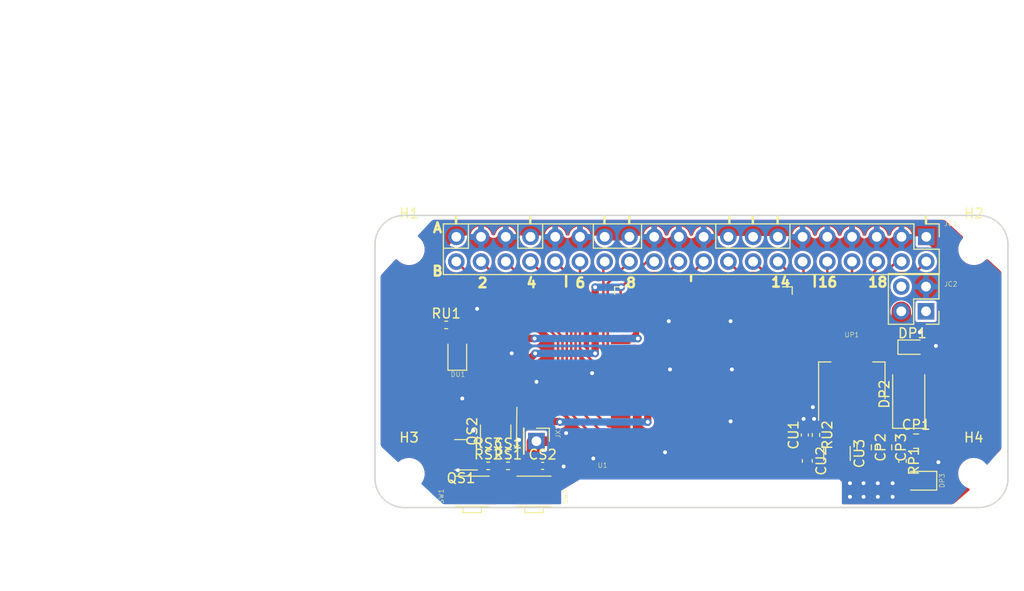
<source format=kicad_pcb>
(kicad_pcb (version 20221018) (generator pcbnew)
  (title_block (title "GT Rosetta") (date "2022-06-26") (rev "v1.0") (company "GrechTech") (comment 1 "For BlueRetro ESP32 Universal FW HW1 ©2020 Jacques Gagnon"))
  (layers (0 "F.Cu" signal) (31 "B.Cu" signal) (35 "F.Paste" user) (36 "B.SilkS" user "B.Silkscreen") (37 "F.SilkS" user "F.Silkscreen") (38 "B.Mask" user) (39 "F.Mask" user) (44 "Edge.Cuts" user))
  (net 0 "")
  (net 1 "+3V3")
  (net 2 "GND")
  (net 3 "/EN")
  (net 4 "/VIN_C")
  (net 5 "/IO17")
  (net 6 "/IO0")
  (net 7 "/IO3")
  (net 8 "/IO1")
  (net 9 "/IO2")
  (net 10 "/IO23")
  (net 11 "/IO22")
  (net 12 "/IO21")
  (net 13 "/IO19")
  (net 14 "/IO18")
  (net 15 "/IO5")
  (net 16 "/IO16")
  (net 17 "/IO27")
  (net 18 "/IO26")
  (net 19 "/IO25")
  (net 20 "/IO33")
  (net 21 "/IO32")
  (net 22 "/I35")
  (net 23 "/I34")
  (net 24 "/I39")
  (net 25 "/I36")
  (net 26 "Net-(CS1-Pad1)")
  (net 27 "Net-(DP2-K)")
  (net 28 "Net-(DP3-A)")
  (net 31 "Net-(QS1-G)")
  (net 32 "Net-(QS2-G)")
  (footprint "MountingHole:MountingHole_2.7mm_M2.5" (layer "F.Cu") (at 146.94 127.9944)
    (fp_text reference "H3")
    (fp_text value "MountingHole")
  )
  (footprint "MountingHole:MountingHole_2.7mm_M2.5" (layer "F.Cu") (at 146.94 104.982)
    (fp_text reference "H1")
    (fp_text value "MountingHole")
  )
  (footprint "MountingHole:MountingHole_2.7mm_M2.5" (layer "F.Cu") (at 204.94344 104.982)
    (fp_text reference "H2")
    (fp_text value "MountingHole")
  )
  (footprint "MountingHole:MountingHole_2.7mm_M2.5" (layer "F.Cu") (at 204.9282 127.9944)
    (fp_text reference "H4")
    (fp_text value "MountingHole")
  )
  (footprint "Connector_PinHeader_2.54mm:PinHeader_2x02_P2.54mm_Vertical" (layer "F.Cu") (at 200.026 111.332 180)
    (fp_text reference "JC2")
    (fp_text value "Conn_02x02_Odd_Even")
  )
  (footprint "BlueRetro:ESP32-WROOM-32" (layer "F.Cu") (at 177.166 118.698 180)
    (fp_text reference "U1")
    (fp_text value "ESP32-WROOM-32E")
  )
  (footprint "Connector_PinHeader_2.54mm:PinHeader_2x20_P2.54mm_Vertical" (layer "F.Cu") (at 200.0514 103.6866 -90)
    (fp_text reference "JC1")
    (fp_text value "Conn_02x20_Odd_Even")
  )
  (footprint "Capacitor_SMD:C_0402_1005Metric" (layer "F.Cu") (at 157.1 126.064)
    (fp_text reference "CS1")
    (fp_text value "1000p")
  )
  (footprint "BlueRetro:LED_0605_1611Metric" (layer "F.Cu") (at 151.893 115.396 90)
    (fp_text reference "DU1")
    (fp_text value "RED_RA")
  )
  (footprint "Capacitor_SMD:C_0603_1608Metric" (layer "F.Cu") (at 187.834 126.699 -90)
    (fp_text reference "CU2")
    (fp_text value "1u")
  )
  (footprint "Resistor_SMD:R_0402_1005Metric" (layer "F.Cu") (at 155.068 126.064)
    (fp_text reference "RS3")
    (fp_text value "1K")
  )
  (footprint "Package_TO_SOT_SMD:SOT-23" (layer "F.Cu") (at 155.83 123.651 90)
    (fp_text reference "QS2")
    (fp_text value "BSS138")
  )
  (footprint "Resistor_SMD:R_0402_1005Metric" (layer "F.Cu") (at 188.723 124.032 -90)
    (fp_text reference "RU2")
    (fp_text value "12K")
  )
  (footprint "Capacitor_SMD:C_1210_3225Metric" (layer "F.Cu") (at 190.882 125.934 -90)
    (fp_text reference "CU3")
    (fp_text value "100u")
  )
  (footprint "Capacitor_SMD:C_0402_1005Metric" (layer "F.Cu") (at 187.58 124.032 90)
    (fp_text reference "CU1")
    (fp_text value "0.1u")
  )
  (footprint "Capacitor_SMD:C_0805_2012Metric" (layer "F.Cu") (at 193.676 125.302 -90)
    (fp_text reference "CP2")
    (fp_text value "10u")
  )
  (footprint "BlueRetro:LED_0605_1611Metric" (layer "F.Cu") (at 199.137 128.731 180)
    (fp_text reference "DP3")
    (fp_text value "GREEN_RA")
  )
  (footprint "Resistor_SMD:R_0402_1005Metric" (layer "F.Cu") (at 197.613 126.699 -90)
    (fp_text reference "RP1")
    (fp_text value "150")
  )
  (footprint "Package_TO_SOT_SMD:SOT-223-3_TabPin2" (layer "F.Cu") (at 192.406 118.444 90)
    (fp_text reference "UP1")
    (fp_text value "AZ1117IH-3.3TRG1")
  )
  (footprint "Resistor_SMD:R_0402_1005Metric" (layer "F.Cu") (at 157.1 127.207)
    (fp_text reference "RS1")
    (fp_text value "10K")
  )
  (footprint "Resistor_SMD:R_0402_1005Metric" (layer "F.Cu") (at 155.068 127.207)
    (fp_text reference "RS2")
    (fp_text value "1K")
  )
  (footprint "Capacitor_SMD:C_0805_2012Metric" (layer "F.Cu") (at 199.01 124.667)
    (fp_text reference "CP1")
    (fp_text value "10u")
  )
  (footprint "Diode_SMD:D_0603_1608Metric" (layer "F.Cu") (at 198.629 115.015)
    (fp_text reference "DP1")
    (fp_text value "ESDA25P35-1U1M")
  )
  (footprint "Resistor_SMD:R_0402_1005Metric" (layer "F.Cu") (at 150.75 112.729)
    (fp_text reference "RU1")
    (fp_text value "64.9")
  )
  (footprint "Package_TO_SOT_SMD:SOT-23" (layer "F.Cu") (at 152.274 126.064 180)
    (fp_text reference "QS1")
    (fp_text value "BSS138")
  )
  (footprint "Capacitor_SMD:C_0805_2012Metric" (layer "F.Cu") (at 195.7715 125.302 -90)
    (fp_text reference "CP3")
    (fp_text value "10u")
  )
  (footprint "Capacitor_SMD:C_0402_1005Metric" (layer "F.Cu") (at 160.656 127.207)
    (fp_text reference "CS2")
    (fp_text value "1000p")
  )
  (footprint "Diode_SMD:D_SMA" (layer "F.Cu") (at 198.248 119.841 90)
    (fp_text reference "DP2")
    (fp_text value "SS14")
  )
  (footprint "Button_Switch_SMD:SW_SPST_EVQP7A" (layer "F.Cu") (at 153.417 129.8105)
    (fp_text reference "SW1")
    (fp_text value "BOOT")
  )
  (footprint "Connector_PinHeader_2.54mm:PinHeader_1x01_P2.54mm_Vertical" (layer "F.Cu") (at 160.021 124.667 -90)
    (fp_text reference "JX1")
    (fp_text value "Conn_01x01_Male")
  )
  (footprint "Button_Switch_SMD:SW_SPST_EVQP7A" (layer "F.Cu") (at 159.767 129.8105)
    (fp_text reference "SW2")
    (fp_text value "EN")
  )
  (gr_line (start 163.069 108.792) (end 163.069 107.649) (stroke (width 0.25)) (layer "F.SilkS"))
  (gr_line (start 188.596 108.792) (end 188.596 107.649) (stroke (width 0.25)) (layer "F.SilkS"))
  (gr_line (start 157.9636 125.3528) (end 158.2176 125.0988) (stroke (width 0.12)) (layer "F.SilkS"))
  (gr_line (start 160.656 104.855) (end 160.656 102.442) (stroke (width 0.12)) (layer "F.SilkS"))
  (gr_line (start 165.863 104.855) (end 170.816 104.855) (stroke (width 0.12)) (layer "F.SilkS"))
  (gr_line (start 158.116 102.442) (end 158.116 104.855) (stroke (width 0.12)) (layer "F.SilkS"))
  (gr_line (start 175.896 108.2205) (end 175.896 107.649) (stroke (width 0.25)) (layer "F.SilkS"))
  (gr_line (start 170.816 104.855) (end 170.816 102.442) (stroke (width 0.12)) (layer "F.SilkS"))
  (gr_line (start 157.9636 125.3528) (end 157.7096 125.0988) (stroke (width 0.12)) (layer "F.SilkS"))
  (gr_line (start 184.786 102.315) (end 184.786 101.553) (stroke (width 0.25)) (layer "F.SilkS"))
  (gr_line (start 182.246 102.315) (end 182.246 101.553) (stroke (width 0.25)) (layer "F.SilkS"))
  (gr_line (start 186.056 104.855) (end 186.056 102.442) (stroke (width 0.12)) (layer "F.SilkS"))
  (gr_line (start 179.833 102.315) (end 179.833 101.553) (stroke (width 0.25)) (layer "F.SilkS"))
  (gr_line (start 158.0144 121.1872) (end 157.9636 125.3528) (stroke (width 0.12)) (layer "F.SilkS"))
  (gr_line (start 165.863 102.442) (end 165.863 104.855) (stroke (width 0.12)) (layer "F.SilkS"))
  (gr_line (start 151.766 102.315) (end 151.766 101.553) (stroke (width 0.25)) (layer "F.SilkS"))
  (gr_line (start 158.116 104.855) (end 160.656 104.855) (stroke (width 0.12)) (layer "F.SilkS"))
  (gr_line (start 200.026 102.315) (end 200.026 101.553) (stroke (width 0.25)) (layer "F.SilkS"))
  (gr_line (start 167.006 102.315) (end 167.006 101.553) (stroke (width 0.25)) (layer "F.SilkS"))
  (gr_line (start 153.036 102.442) (end 153.036 104.855) (stroke (width 0.12)) (layer "F.SilkS"))
  (gr_line (start 159.386 102.315) (end 159.386 101.553) (stroke (width 0.25)) (layer "F.SilkS"))
  (gr_line (start 178.436 104.855) (end 186.056 104.855) (stroke (width 0.12)) (layer "F.SilkS"))
  (gr_line (start 169.546 102.315) (end 169.546 101.553) (stroke (width 0.25)) (layer "F.SilkS"))
  (gr_line (start 178.436 102.442) (end 178.436 104.855) (stroke (width 0.12)) (layer "F.SilkS"))
  (gr_line (start 153.036 104.855) (end 150.496 104.855) (stroke (width 0.12)) (layer "F.SilkS"))
  (gr_arc (start 205.44 101.482) (mid 207.56132 102.36068) (end 208.44 104.482) (stroke (width 0.15)) (layer "Edge.Cuts"))
  (gr_arc (start 146.44 131.482) (mid 144.31868 130.60332) (end 143.44 128.482) (stroke (width 0.15)) (layer "Edge.Cuts"))
  (gr_arc (start 143.44 104.482) (mid 144.31868 102.36068) (end 146.44 101.482) (stroke (width 0.15)) (layer "Edge.Cuts"))
  (gr_line (start 143.44 128.482) (end 143.44 104.482) (stroke (width 0.15)) (layer "Edge.Cuts"))
  (gr_line (start 146.44 101.482) (end 205.44 101.482) (stroke (width 0.15)) (layer "Edge.Cuts"))
  (gr_line (start 208.44 104.482) (end 208.44 128.482) (stroke (width 0.15)) (layer "Edge.Cuts"))
  (gr_arc (start 208.44 128.482) (mid 207.56132 130.60332) (end 205.44 131.482) (stroke (width 0.15)) (layer "Edge.Cuts"))
  (gr_line (start 204.94 131.482) (end 205.44 131.482) (stroke (width 0.15)) (layer "Edge.Cuts"))
  (gr_line (start 146.94 131.482) (end 204.94 131.482) (stroke (width 0.15)) (layer "Edge.Cuts"))
  (gr_line (start 146.94 131.482) (end 146.44 131.482) (stroke (width 0.15)) (layer "Edge.Cuts"))
  (gr_text "18" (at 195.073 108.3475) (layer "F.SilkS") (effects (font (size 1 1) (thickness 0.25))))
  (gr_text "16" (at 189.9295 108.3475) (layer "F.SilkS") (effects (font (size 1 1) (thickness 0.25))))
  (gr_text "14" (at 185.1035 108.3475) (layer "F.SilkS") (effects (font (size 1 1) (thickness 0.25))))
  (gr_text "2" (at 154.4965 108.411) (layer "F.SilkS") (effects (font (size 1 1) (thickness 0.25))))
  (gr_text "4" (at 159.513 108.411) (layer "F.SilkS") (effects (font (size 1 1) (thickness 0.25))))
  (gr_text "6" (at 164.5295 108.411) (layer "F.SilkS") (effects (font (size 1 1) (thickness 0.25))))
  (gr_text "8" (at 169.7365 108.411) (layer "F.SilkS") (effects (font (size 1 1) (thickness 0.25))))
  (gr_text "A" (at 149.861 102.7595) (layer "F.SilkS") (effects (font (size 1 1) (thickness 0.25))))
  (gr_text "B" (at 149.861 107.2045) (layer "F.SilkS") (effects (font (size 1 1) (thickness 0.25))))
  (segment (start 189.246552 123.52199) (end 188.723 123.52199) (width 1) (layer "F.Cu") (net 1))
  (segment (start 189.86999 123.52199) (end 191.89401 123.52199) (width 1) (layer "F.Cu") (net 1))
  (segment (start 191.89401 123.52199) (end 192.406 123.01) (width 1) (layer "F.Cu") (net 1))
  (segment (start 190.882 124.534) (end 189.86999 123.52199) (width 1) (layer "F.Cu") (net 1))
  (segment (start 189.86999 123.52199) (end 188.723 123.52199) (width 1) (layer "F.Cu") (net 1))
  (segment (start 190.882 124.534) (end 189.733 125.683) (width 1) (layer "F.Cu") (net 1))
  (segment (start 189.733 125.683) (end 185.666 125.683) (width 1) (layer "F.Cu") (net 1))
  (segment (start 192.406 123.0945) (end 193.676 124.3645) (width 2) (layer "F.Cu") (net 1))
  (segment (start 192.406 123.01) (end 190.882 124.534) (width 2) (layer "F.Cu") (net 1))
  (segment (start 192.406 121.594) (end 192.406 123.0945) (width 2) (layer "F.Cu") (net 1))
  (segment (start 151.617 128.9) (end 151.387235 128.9) (width 0.5) (layer "F.Cu") (net 1))
  (segment (start 151.617 128.9) (end 151.473383 128.9) (width 0.5) (layer "F.Cu") (net 1))
  (segment (start 191.016602 125.249388) (end 190.21628 125.249388) (width 2) (layer "F.Cu") (net 1))
  (segment (start 191.0515 124.3645) (end 190.882 124.534) (width 2) (layer "F.Cu") (net 1))
  (segment (start 191.101168 124.3645) (end 191.0515 124.3645) (width 2) (layer "F.Cu") (net 1))
  (segment (start 190.21628 125.249388) (end 191.101168 124.3645) (width 2) (layer "F.Cu") (net 1))
  (segment (start 188.847062 125.9115) (end 189.74301 125.015552) (width 1) (layer "F.Cu") (net 1))
  (segment (start 193.676 124.3645) (end 191.90149 124.3645) (width 2) (layer "F.Cu") (net 1))
  (segment (start 191.90149 124.3645) (end 191.016602 125.249388) (width 2) (layer "F.Cu") (net 1))
  (segment (start 189.74301 125.015552) (end 189.74301 124.018448) (width 1) (layer "F.Cu") (net 1))
  (segment (start 189.74301 124.018448) (end 189.246552 123.52199) (width 1) (layer "F.Cu") (net 1))
  (segment (start 187.834 125.9115) (end 188.847062 125.9115) (width 1) (layer "F.Cu") (net 1))
  (segment (start 153.4258 128.9) (end 155.217 128.9) (width 0.75) (layer "F.Cu") (net 1))
  (segment (start 181.23 102.6452) (end 182.2714 103.6866) (width 0.25) (layer "F.Cu") (net 1))
  (segment (start 150.718 128.001) (end 150.9085 128.1915) (width 0.75) (layer "F.Cu") (net 1))
  (segment (start 186.31 102.188) (end 184.8114 103.6866) (width 0.25) (layer "F.Cu") (net 1))
  (segment (start 196.089 119.841) (end 197.232 119.841) (width 1) (layer "F.Cu") (net 1))
  (segment (start 200.0514 103.6866) (end 198.5528 102.188) (width 0.25) (layer "F.Cu") (net 1))
  (segment (start 200.026 119.841) (end 193.93 119.841) (width 0.75) (layer "F.Cu") (net 1))
  (segment (start 150.19699 126.39999) (end 150.19699 127.47999) (width 0.75) (layer "F.Cu") (net 1))
  (segment (start 192.406 115.294) (end 192.406 116.158) (width 1) (layer "F.Cu") (net 1))
  (segment (start 201.042 119.841) (end 201.931 118.952) (width 1) (layer "F.Cu") (net 1))
  (segment (start 150.772002 128.001) (end 150.718 128.001) (width 0.25) (layer "F.Cu") (net 1))
  (segment (start 165.5328 102.188) (end 167.0314 103.6866) (width 0.25) (layer "F.Cu") (net 1))
  (segment (start 193.93 119.841) (end 193.673998 119.841) (width 0.75) (layer "F.Cu") (net 1))
  (segment (start 179.7314 103.6866) (end 181.23 102.188) (width 0.25) (layer "F.Cu") (net 1))
  (segment (start 178.2328 102.188) (end 179.7314 103.6866) (width 0.25) (layer "F.Cu") (net 1))
  (segment (start 151.617 129.0905) (end 151.1095 129.0905) (width 1.2) (layer "F.Cu") (net 1))
  (segment (start 181.23 102.188) (end 181.23 102.6452) (width 0.25) (layer "F.Cu") (net 1))
  (segment (start 151.7914 103.6866) (end 153.29 102.188) (width 0.25) (layer "F.Cu") (net 1))
  (segment (start 198.5528 102.188) (end 186.31 102.188) (width 0.25) (layer "F.Cu") (net 1))
  (segment (start 151.617 129.0905) (end 155.217 129.0905) (width 1.2) (layer "F.Cu") (net 1))
  (segment (start 192.406 115.294) (end 192.406 117.405002) (width 1) (layer "F.Cu") (net 1))
  (segment (start 193.676 124.3645) (end 195.7715 124.3645) (width 2) (layer "F.Cu") (net 1))
  (segment (start 168.53 102.188) (end 178.2328 102.188) (width 0.25) (layer "F.Cu") (net 1))
  (segment (start 195.835 119.841) (end 192.787 119.841) (width 1) (layer "F.Cu") (net 1))
  (segment (start 193.676 119.841) (end 192.406 118.571) (width 0.75) (layer "F.Cu") (net 1))
  (segment (start 195.835 119.587) (end 195.835 119.841) (width 1) (layer "F.Cu") (net 1))
  (segment (start 151.094501 128.005499) (end 150.9085 128.1915) (width 0.25) (layer "F.Cu") (net 1))
  (segment (start 192.406 120.222) (end 192.406 121.594) (width 2) (layer "F.Cu") (net 1))
  (segment (start 193.93 119.841) (end 192.787 119.841) (width 0.75) (layer "F.Cu") (net 1))
  (segment (start 167.0314 103.6866) (end 168.53 102.188) (width 0.25) (layer "F.Cu") (net 1))
  (segment (start 150.718 128.001) (end 150.718 127.874) (width 0.25) (layer "F.Cu") (net 1))
  (segment (start 181.23 102.188) (end 183.3128 102.188) (width 0.25) (layer "F.Cu") (net 1))
  (segment (start 153.29 102.188) (end 157.9128 102.188) (width 0.25) (layer "F.Cu") (net 1))
  (segment (start 201.476401 118.390599) (end 200.026 119.841) (width 0.75) (layer "F.Cu") (net 1))
  (segment (start 159.4114 103.6866) (end 160.91 102.188) (width 0.25) (layer "F.Cu") (net 1))
  (segment (start 192.787 119.841) (end 192.406 120.222) (width 0.75) (layer "F.Cu") (net 1))
  (segment (start 150.19699 126.39999) (end 150.19699 127.03499) (width 0.25) (layer "F.Cu") (net 1))
  (segment (start 196.089 119.841) (end 201.042 119.841) (width 1) (layer "F.Cu") (net 1))
  (segment (start 200.0514 103.6866) (end 201.476401 105.111601) (width 0.75) (layer "F.Cu") (net 1))
  (segment (start 192.406 121.108998) (end 192.406 121.594) (width 0.75) (layer "F.Cu") (net 1))
  (segment (start 183.3128 102.188) (end 184.8114 103.6866) (width 0.25) (layer "F.Cu") (net 1))
  (segment (start 193.673998 119.841) (end 192.406 121.108998) (width 0.75) (layer "F.Cu") (net 1))
  (segment (start 192.406 116.158) (end 195.835 119.587) (width 1) (layer "F.Cu") (net 1))
  (segment (start 160.91 102.188) (end 165.5328 102.188) (width 0.25) (layer "F.Cu") (net 1))
  (segment (start 192.406 118.571) (end 192.406 120.222) (width 2) (layer "F.Cu") (net 1))
  (segment (start 192.406 115.294) (end 192.406 118.571) (width 2) (layer "F.Cu") (net 1))
  (segment (start 150.19699 127.47999) (end 150.718 128.001) (width 0.75) (layer "F.Cu") (net 1))
  (segment (start 150.9085 128.1915) (end 151.617 128.9) (width 0.75) (layer "F.Cu") (net 1))
  (segment (start 157.9128 102.188) (end 159.4114 103.6866) (width 0.25) (layer "F.Cu") (net 1))
  (segment (start 151.1095 129.0905) (end 150.5595 128.5405) (width 1.2) (layer "F.Cu") (net 1))
  (segment (start 193.93 119.841) (end 193.676 119.841) (width 0.75) (layer "F.Cu") (net 1))
  (segment (start 192.406 117.405002) (end 194.841998 119.841) (width 1) (layer "F.Cu") (net 1))
  (segment (start 167.0314 103.6866) (end 169.5714 103.6866) (width 0.75) (layer "F.Cu") (net 1))
  (segment (start 194.841998 119.841) (end 196.089 119.841) (width 1) (layer "F.Cu") (net 1))
  (segment (start 151.7914 103.6866) (end 151.7914 104.117598) (width 0.75) (layer "F.Cu") (net 1))
  (segment (start 197.232 119.841) (end 203.963 119.841) (width 1) (layer "F.Cu") (net 1))
  (segment (start 197.232 119.841) (end 195.835 119.841) (width 1) (layer "F.Cu") (net 1))
  (segment (start 151.617 128.9) (end 153.4258 128.9) (width 0.75) (layer "F.Cu") (net 1))
  (segment (start 184.8114 103.6866) (end 185.242398 103.6866) (width 0.75) (layer "F.Cu") (net 1))
  (segment (start 190.882 127.334) (end 190.85449 127.36151) (width 1.5) (layer "F.Cu") (net 2))
  (segment (start 192.65651 127.334) (end 193.676 126.31451) (width 1.5) (layer "F.Cu") (net 2))
  (segment (start 190.882 127.334) (end 192.65651 127.334) (width 1.5) (layer "F.Cu") (net 2))
  (segment (start 151.728798 107.903) (end 152.0835 107.903) (width 0.25) (layer "F.Cu") (net 2))
  (segment (start 158.5605 114.888) (end 160.8465 114.888) (width 0.25) (layer "F.Cu") (net 2))
  (segment (start 152.02 104.982) (end 151.296998 104.982) (width 0.25) (layer "F.Cu") (net 2))
  (via (at 196.597 130.382) (size 0.8) (drill 0.4) (layers "F.Cu" "B.Cu") (net 2))
  (via (at 196.597 128.985) (size 0.8) (drill 0.4) (layers "F.Cu" "B.Cu") (net 2))
  (via (at 179.96 112.348) (size 0.8) (drill 0.4) (layers "F.Cu" "B.Cu") (net 2))
  (via (at 173.61 112.348) (size 0.8) (drill 0.4) (layers "F.Cu" "B.Cu") (net 2))
  (via (at 195.073 128.985) (size 0.8) (drill 0.4) (layers "F.Cu" "B.Cu") (net 2))
  (via (at 192.2155 130.382) (size 0.8) (drill 0.4) (layers "F.Cu" "B.Cu") (net 2))
  (via (at 195.073 130.382) (size 0.8) (drill 0.4) (layers "F.Cu" "B.Cu") (net 2))
  (via (at 193.6125 128.985) (size 0.8) (drill 0.4) (layers "F.Cu" "B.Cu") (net 2))
  (via (at 187.453 122.381) (size 0.8) (drill 0.4) (layers "F.Cu" "B.Cu") (net 2))
  (via (at 193.6125 130.382) (size 0.8) (drill 0.4) (layers "F.Cu" "B.Cu") (net 2))
  (via (at 192.2155 128.985) (size 0.8) (drill 0.4) (layers "F.Cu" "B.Cu") (net 2))
  (via (at 173.737 117.301) (size 0.8) (drill 0.4) (layers "F.Cu" "B.Cu") (net 2))
  (via (at 188.5325 122.381) (size 0.8) (drill 0.4) (layers "F.Cu" "B.Cu") (net 2))
  (via (at 173.229 125.81) (size 0.8) (drill 0.4) (layers "F.Cu" "B.Cu") (net 2))
  (via (at 199.391 113.491) (size 0.8) (drill 0.4) (layers "F.Cu" "B.Cu") (net 2))
  (via (at 157.481 115.65) (size 0.8) (drill 0.4) (layers "F.Cu" "B.Cu") (net 2))
  (via (at 201.296 126.826) (size 0.8) (drill 0.4) (layers "F.Cu" "B.Cu") (net 2))
  (via (at 158.243 124.54) (size 0.8) (drill 0.4) (layers "F.Cu" "B.Cu") (net 2))
  (via (at 152.401 120.2855) (size 0.8) (drill 0.4) (layers "F.Cu" "B.Cu") (net 2))
  (via (at 165.863 126.445) (size 0.8) (drill 0.4) (layers "F.Cu" "B.Cu") (net 2))
  (via (at 153.544 123.5875) (size 0.8) (drill 0.4) (layers "F.Cu" "B.Cu") (net 2))
  (via (at 180.087 117.301) (size 0.8) (drill 0.4) (layers "F.Cu" "B.Cu") (net 2))
  (via (at 153.925 111.078) (size 0.8) (drill 0.4) (layers "F.Cu" "B.Cu") (net 2))
  (via (at 165.736 117.682) (size 0.8) (drill 0.4) (layers "F.Cu" "B.Cu") (net 2))
  (via (at 201.042 114.888) (size 0.8) (drill 0.4) (layers "F.Cu" "B.Cu") (net 2))
  (via (at 188.4055 121.1745) (size 0.8) (drill 0.4) (layers "F.Cu" "B.Cu") (net 2))
  (via (at 160.021 118.571) (size 0.8) (drill 0.4) (layers "F.Cu" "B.Cu") (net 2))
  (via (at 162.815 127.2705) (size 0.8) (drill 0.4) (layers "F.Cu" "B.Cu") (net 2))
  (via (at 179.96 122.635) (size 0.8) (drill 0.4) (layers "F.Cu" "B.Cu") (net 2))
  (via (at 151.9565 127.6515) (size 0.8) (drill 0.4) (layers "F.Cu" "B.Cu") (net 2))
  (via (at 163.069 123.8415) (size 0.8) (drill 0.4) (layers "F.Cu" "B.Cu") (net 2))
  (segment (start 165.355 114.888) (end 159.386 114.888) (width 0.25) (layer "B.Cu") (net 2))
  (segment (start 166.625 114.888) (end 165.355 114.888) (width 0.25) (layer "B.Cu") (net 2))
  (segment (start 185.666 124.413) (end 185.77 124.517) (width 0.5) (layer "F.Cu") (net 3))
  (segment (start 185.77 124.517) (end 188.723 124.517) (width 0.5) (layer "F.Cu") (net 3))
  (segment (start 183.666 124.413) (end 179.975999 128.103001) (width 1) (layer "F.Cu") (net 3))
  (segment (start 157.967 130.5305) (end 159.192002 130.5305) (width 1.2) (layer "F.Cu") (net 3))
  (segment (start 159.767 127.5245) (end 159.767 130.035002) (width 1.5) (layer "F.Cu") (net 3))
  (segment (start 159.894 124.667) (end 159.767 124.794) (width 1.5) (layer "F.Cu") (net 3))
  (segment (start 165.307001 128.103001) (end 161.871 124.667) (width 1) (layer "F.Cu") (net 3))
  (segment (start 160.341998 130.5305) (end 161.567 130.5305) (width 1.2) (layer "F.Cu") (net 3))
  (segment (start 179.975999 128.103001) (end 165.307001 128.103001) (width 1) (layer "F.Cu") (net 3))
  (segment (start 185.85 124.597) (end 188.64127 124.597) (width 0.75) (layer "F.Cu") (net 3))
  (segment (start 160.106999 130.502001) (end 161.567 130.502001) (width 1.2) (layer "F.Cu") (net 3))
  (segment (start 159.427001 130.502001) (end 157.967 130.502001) (width 1.2) (layer "F.Cu") (net 3))
  (segment (start 161.871 124.667) (end 160.021 124.667) (width 1) (layer "F.Cu") (net 3))
  (segment (start 185.666 124.413) (end 185.85 124.597) (width 0.75) (layer "F.Cu") (net 3))
  (segment (start 159.767 124.794) (end 159.767 127.5245) (width 1.5) (layer "F.Cu") (net 3))
  (segment (start 159.192002 130.5305) (end 159.767 129.955502) (width 1.2) (layer "F.Cu") (net 3))
  (segment (start 159.767 129.955502) (end 160.341998 130.5305) (width 1.2) (layer "F.Cu") (net 3))
  (segment (start 157.967 130.5305) (end 161.567 130.5305) (width 1.2) (layer "F.Cu") (net 3))
  (segment (start 160.021 124.667) (end 159.894 124.667) (width 1.5) (layer "F.Cu") (net 3))
  (segment (start 185.666 124.413) (end 183.666 124.413) (width 1) (layer "F.Cu") (net 3))
  (segment (start 159.767 127.5245) (end 159.767 129.955502) (width 1.2) (layer "F.Cu") (net 3))
  (segment (start 160.148 124.413) (end 159.894 124.667) (width 0.75) (layer "B.Cu") (net 3))
  (segment (start 197.486 117.079) (end 198.248 117.841) (width 2) (layer "F.Cu") (net 4))
  (segment (start 197.486 111.332) (end 197.486 117.079) (width 2) (layer "F.Cu") (net 4))
  (segment (start 152.113 114.126) (end 151.893 114.346) (width 0.75) (layer "F.Cu") (net 5))
  (segment (start 170.060001 113.624001) (end 169.869501 113.814501) (width 0.25) (layer "F.Cu") (net 5))
  (segment (start 151.986 114.253) (end 151.893 114.346) (width 0.75) (layer "F.Cu") (net 5))
  (segment (start 170.441011 113.103989) (end 170.441011 108.417987) (width 0.25) (layer "F.Cu") (net 5))
  (segment (start 170.060001 113.624001) (end 170.060001 113.815199) (width 0.25) (layer "F.Cu") (net 5))
  (segment (start 175.566389 107.851611) (end 177.1914 106.2266) (width 0.25) (layer "F.Cu") (net 5))
  (segment (start 170.441011 114.119989) (end 170.435 114.126) (width 0.25) (layer "F.Cu") (net 5))
  (segment (start 170.060001 113.624001) (end 170.441011 113.242991) (width 0.25) (layer "F.Cu") (net 5))
  (segment (start 168.793 114.126) (end 168.666 114.253) (width 0.75) (layer "F.Cu") (net 5))
  (segment (start 169.7365 114.126) (end 168.793 114.126) (width 0.75) (layer "F.Cu") (net 5))
  (segment (start 171.007387 107.851611) (end 175.566389 107.851611) (width 0.25) (layer "F.Cu") (net 5))
  (segment (start 170.441011 108.417987) (end 171.007387 107.851611) (width 0.25) (layer "F.Cu") (net 5))
  (segment (start 170.441011 113.242991) (end 170.441011 113.421489) (width 0.25) (layer "F.Cu") (net 5))
  (segment (start 170.060001 113.815199) (end 170.060001 113.878001) (width 0.25) (layer "F.Cu") (net 5))
  (segment (start 170.435 114.126) (end 169.7365 114.126) (width 0.75) (layer "F.Cu") (net 5))
  (segment (start 170.060001 113.878001) (end 170.435 114.253) (width 0.25) (layer "F.Cu") (net 5))
  (segment (start 168.666 114.253) (end 169.165 114.253) (width 0.25) (layer "F.Cu") (net 5))
  (segment (start 151.235 112.729) (end 151.235 113.688) (width 0.75) (layer "F.Cu") (net 5))
  (segment (start 170.441011 113.421489) (end 169.7365 114.126) (width 0.25) (layer "F.Cu") (net 5))
  (segment (start 170.441011 113.103989) (end 170.441011 114.119989) (width 0.25) (layer "F.Cu") (net 5))
  (segment (start 151.235 113.688) (end 151.893 114.346) (width 0.75) (layer "F.Cu") (net 5))
  (segment (start 170.060001 113.815199) (end 170.060001 113.967599) (width 0.25) (layer "F.Cu") (net 5))
  (segment (start 170.441011 113.242991) (end 170.441011 113.103989) (width 0.25) (layer "F.Cu") (net 5))
  (segment (start 159.8305 114.126) (end 152.113 114.126) (width 0.75) (layer "F.Cu") (net 5))
  (via (at 170.435 114.126) (size 0.8) (drill 0.4) (layers "F.Cu" "B.Cu") (net 5))
  (via (at 159.8305 114.126) (size 0.8) (drill 0.4) (layers "F.Cu" "B.Cu") (net 5))
  (segment (start 170.435 114.126) (end 159.8305 114.126) (width 0.75) (layer "B.Cu") (net 5))
  (segment (start 168.666 109.164) (end 168.666 110.443) (width 0.25) (layer "F.Cu") (net 6))
  (segment (start 171.359578 106.2266) (end 168.725589 108.860589) (width 0.25) (layer "F.Cu") (net 6))
  (segment (start 172.1114 106.2266) (end 171.359578 106.2266) (width 0.25) (layer "F.Cu") (net 6))
  (segment (start 166.048411 115.65) (end 166.048411 113.051589) (width 0.75) (layer "F.Cu") (net 6))
  (segment (start 168.725589 108.860589) (end 168.666 108.920178) (width 0.25) (layer "F.Cu") (net 6))
  (segment (start 166.048411 113.051589) (end 166.048411 108.860589) (width 0.75) (layer "F.Cu") (net 6))
  (segment (start 159.894 115.65) (end 151.274 124.27) (width 0.75) (layer "F.Cu") (net 6))
  (segment (start 168.666 108.920178) (end 168.666 109.164) (width 0.25) (layer "F.Cu") (net 6))
  (segment (start 151.274 124.27) (end 151.274 126.064) (width 0.75) (layer "F.Cu") (net 6))
  (via (at 159.894 115.65) (size 0.8) (drill 0.4) (layers "F.Cu" "B.Cu") (net 6))
  (via (at 168.725589 108.860589) (size 0.8) (drill 0.4) (layers "F.Cu" "B.Cu") (net 6))
  (via (at 166.048411 108.860589) (size 0.8) (drill 0.4) (layers "F.Cu" "B.Cu") (net 6))
  (via (at 166.048411 115.65) (size 0.8) (drill 0.4) (layers "F.Cu" "B.Cu") (net 6))
  (segment (start 166.048411 115.65) (end 159.894 115.65) (width 0.75) (layer "B.Cu") (net 6))
  (segment (start 168.725589 108.860589) (end 166.048411 108.860589) (width 0.75) (layer "B.Cu") (net 6))
  (segment (start 167.416 121.873) (end 163.59138 118.04838) (width 0.25) (layer "F.Cu") (net 7))
  (segment (start 163.59138 110.40658) (end 159.4114 106.2266) (width 0.25) (layer "F.Cu") (net 7))
  (segment (start 163.59138 118.04838) (end 163.59138 110.40658) (width 0.25) (layer "F.Cu") (net 7))
  (segment (start 168.666 121.873) (end 167.416 121.873) (width 0.25) (layer "F.Cu") (net 7))
  (segment (start 163.14137 118.86837) (end 167.416 123.143) (width 0.25) (layer "F.Cu") (net 8))
  (segment (start 163.14137 112.49657) (end 156.8714 106.2266) (width 0.25) (layer "F.Cu") (net 8))
  (segment (start 167.416 123.143) (end 168.666 123.143) (width 0.25) (layer "F.Cu") (net 8))
  (segment (start 163.14137 118.86837) (end 163.14137 112.49657) (width 0.25) (layer "F.Cu") (net 8))
  (segment (start 155.83 122.651) (end 162.3865 122.651) (width 0.75) (layer "F.Cu") (net 9))
  (segment (start 171.451 120.984) (end 171.451 120.349) (width 0.75) (layer "F.Cu") (net 9))
  (segment (start 171.451 120.984) (end 171.451 122.6985) (width 0.75) (layer "F.Cu") (net 9))
  (segment (start 171.451 109.443) (end 171.451 120.349) (width 0.75) (layer "F.Cu") (net 9))
  (segment (start 162.3865 122.651) (end 162.434 122.6985) (width 0.75) (layer "F.Cu") (net 9))
  (segment (start 155.8775 122.6985) (end 155.83 122.651) (width 0.75) (layer "F.Cu") (net 9))
  (via (at 162.434 122.6985) (size 0.8) (drill 0.4) (layers "F.Cu" "B.Cu") (net 9))
  (via (at 171.451 122.6985) (size 0.8) (drill 0.4) (layers "F.Cu" "B.Cu") (net 9))
  (segment (start 162.434 122.6985) (end 171.451 122.6985) (width 0.75) (layer "B.Cu") (net 9))
  (segment (start 168.666 125.683) (end 167.416 125.683) (width 0.25) (layer "F.Cu") (net 10))
  (segment (start 160.586002 112.475) (end 162.241352 114.13035) (width 0.25) (layer "F.Cu") (net 10))
  (segment (start 167.416 125.683) (end 162.241352 120.508352) (width 0.25) (layer "F.Cu") (net 10))
  (segment (start 162.241352 120.508352) (end 162.241352 114.13035) (width 0.25) (layer "F.Cu") (net 10))
  (segment (start 158.0398 112.475) (end 151.7914 106.2266) (width 0.25) (layer "F.Cu") (net 10))
  (segment (start 160.586002 112.475) (end 158.0398 112.475) (width 0.25) (layer "F.Cu") (net 10))
  (segment (start 160.772402 112.02499) (end 160.939206 112.191794) (width 0.25) (layer "F.Cu") (net 11))
  (segment (start 167.416 124.413) (end 162.691362 119.688362) (width 0.25) (layer "F.Cu") (net 11))
  (segment (start 158.110912 109.3635) (end 160.939206 112.191794) (width 0.25) (layer "F.Cu") (net 11))
  (segment (start 154.3314 106.2266) (end 155.506401 107.401601) (width 0.25) (layer "F.Cu") (net 11))
  (segment (start 155.506401 107.401601) (end 155.519101 107.401601) (width 0.25) (layer "F.Cu") (net 11))
  (segment (start 155.519101 107.401601) (end 157.481 109.3635) (width 0.25) (layer "F.Cu") (net 11))
  (segment (start 157.481 109.3635) (end 158.110912 109.3635) (width 0.25) (layer "F.Cu") (net 11))
  (segment (start 162.691362 119.688362) (end 162.691362 113.94395) (width 0.25) (layer "F.Cu") (net 11))
  (segment (start 168.666 124.413) (end 167.416 124.413) (width 0.25) (layer "F.Cu") (net 11))
  (segment (start 160.939206 112.191794) (end 162.691362 113.94395) (width 0.25) (layer "F.Cu") (net 11))
  (segment (start 167.416 120.603) (end 164.04139 117.22839) (width 0.25) (layer "F.Cu") (net 12))
  (segment (start 168.666 120.603) (end 167.416 120.603) (width 0.25) (layer "F.Cu") (net 12))
  (segment (start 164.04139 108.31659) (end 161.9514 106.2266) (width 0.25) (layer "F.Cu") (net 12))
  (segment (start 164.04139 117.22839) (end 164.04139 108.31659) (width 0.25) (layer "F.Cu") (net 12))
  (segment (start 164.4914 114.911991) (end 164.4914 106.2266) (width 0.25) (layer "F.Cu") (net 13))
  (segment (start 164.4914 115.1674) (end 164.4914 114.911991) (width 0.25) (layer "F.Cu") (net 13))
  (segment (start 168.666 118.063) (end 167.387 118.063) (width 0.25) (layer "F.Cu") (net 13))
  (segment (start 167.387 118.063) (end 164.4914 115.1674) (width 0.25) (layer "F.Cu") (net 13))
  (segment (start 168.666 116.793) (end 167.8315 116.793) (width 0.25) (layer "F.Cu") (net 14))
  (segment (start 167.8315 116.793) (end 166.890989 115.852489) (width 0.25) (layer "F.Cu") (net 14))
  (segment (start 166.890989 106.367011) (end 167.0314 106.2266) (width 0.25) (layer "F.Cu") (net 14))
  (segment (start 166.890989 115.852489) (end 166.890989 106.367011) (width 0.25) (layer "F.Cu") (net 14))
  (segment (start 167.895 115.523) (end 167.340999 114.968999) (width 0.25) (layer "F.Cu") (net 15))
  (segment (start 168.666 115.523) (end 167.895 115.523) (width 0.25) (layer "F.Cu") (net 15))
  (segment (start 167.340999 114.968999) (end 167.340999 108.457001) (width 0.25) (layer "F.Cu") (net 15))
  (segment (start 167.340999 108.457001) (end 169.5714 106.2266) (width 0.25) (layer "F.Cu") (net 15))
  (segment (start 174.6514 106.2266) (end 173.476399 107.401601) (width 0.25) (layer "F.Cu") (net 16))
  (segment (start 169.431002 112.983) (end 168.666 112.983) (width 0.25) (layer "F.Cu") (net 16))
  (segment (start 169.991001 108.231587) (end 169.991001 112.423001) (width 0.25) (layer "F.Cu") (net 16))
  (segment (start 170.821794 107.400794) (end 169.991001 108.231587) (width 0.25) (layer "F.Cu") (net 16))
  (segment (start 170.822601 107.401601) (end 170.821794 107.400794) (width 0.25) (layer "F.Cu") (net 16))
  (segment (start 169.991001 112.423001) (end 169.431002 112.983) (width 0.25) (layer "F.Cu") (net 16))
  (segment (start 173.476399 107.401601) (end 170.822601 107.401601) (width 0.25) (layer "F.Cu") (net 16))
  (segment (start 186.991001 112.423001) (end 186.431002 112.983) (width 0.25) (layer "F.Cu") (net 17))
  (segment (start 184.8114 106.2266) (end 184.917 106.3322) (width 0.25) (layer "F.Cu") (net 17))
  (segment (start 186.991001 108.406201) (end 186.991001 112.423001) (width 0.25) (layer "F.Cu") (net 17))
  (segment (start 186.431002 112.983) (end 185.666 112.983) (width 0.25) (layer "F.Cu") (net 17))
  (segment (start 184.8114 106.2266) (end 186.991001 108.406201) (width 0.25) (layer "F.Cu") (net 17))
  (segment (start 184.24201 113.594012) (end 184.242009 108.132597) (width 0.25) (layer "F.Cu") (net 18))
  (segment (start 185.666 114.253) (end 184.900998 114.253) (width 0.25) (layer "F.Cu") (net 18))
  (segment (start 182.336012 106.2266) (end 182.2714 106.2266) (width 0.25) (layer "F.Cu") (net 18))
  (segment (start 182.339622 106.2266) (end 182.2714 106.2266) (width 0.25) (layer "F.Cu") (net 18))
  (segment (start 184.900998 114.253) (end 184.24201 113.594012) (width 0.25) (layer "F.Cu") (net 18))
  (segment (start 184.242009 108.132597) (end 182.336012 106.2266) (width 0.25) (layer "F.Cu") (net 18))
  (segment (start 185.666 115.523) (end 186.431002 115.523) (width 0.25) (layer "F.Cu") (net 19))
  (segment (start 186.431002 115.523) (end 186.991001 114.963001) (width 0.25) (layer "F.Cu") (net 19))
  (segment (start 186.991001 114.963001) (end 186.991001 113.059411) (width 0.25) (layer "F.Cu") (net 19))
  (segment (start 186.991001 113.059411) (end 187.441011 112.609401) (width 0.25) (layer "F.Cu") (net 19))
  (segment (start 187.441011 106.316211) (end 187.3514 106.2266) (width 0.25) (layer "F.Cu") (net 19))
  (segment (start 187.441011 112.609401) (end 187.441011 106.316211) (width 0.25) (layer "F.Cu") (net 19))
  (segment (start 187.441011 113.245811) (end 189.8914 110.795422) (width 0.25) (layer "F.Cu") (net 20))
  (segment (start 187.064592 116.793) (end 187.441011 116.416581) (width 0.25) (layer "F.Cu") (net 20))
  (segment (start 187.441011 116.416581) (end 187.441011 113.245811) (width 0.25) (layer "F.Cu") (net 20))
  (segment (start 185.666 116.793) (end 187.064592 116.793) (width 0.25) (layer "F.Cu") (net 20))
  (segment (start 189.8914 110.795422) (end 189.8914 106.2266) (width 0.25) (layer "F.Cu") (net 20))
  (segment (start 188.34103 112.982202) (end 192.4314 108.891832) (width 0.25) (layer "F.Cu") (net 21))
  (segment (start 188.34103 112.982202) (end 188.342798 112.982202) (width 0.25) (layer "F.Cu") (net 21))
  (segment (start 187.891021 113.432211) (end 188.34103 112.982202) (width 0.25) (layer "F.Cu") (net 21))
  (segment (start 185.666 118.063) (end 186.431002 118.063) (width 0.25) (layer "F.Cu") (net 21))
  (segment (start 186.431002 118.063) (end 187.891021 116.602981) (width 0.25) (layer "F.Cu") (net 21))
  (segment (start 187.891021 116.602981) (end 187.891021 113.432211) (width 0.25) (layer "F.Cu") (net 21))
  (segment (start 192.4314 108.891832) (end 192.4314 106.2266) (width 0.25) (layer "F.Cu") (net 21))
  (segment (start 188.341031 113.618611) (end 188.341031 117.422971) (width 0.25) (layer "F.Cu") (net 22))
  (segment (start 186.431002 119.333) (end 188.341031 117.422971) (width 0.25) (layer "F.Cu") (net 22))
  (segment (start 188.468642 113.491) (end 188.341031 113.618611) (width 0.25) (layer "F.Cu") (net 22))
  (segment (start 185.666 119.333) (end 186.431002 119.333) (width 0.25) (layer "F.Cu") (net 22))
  (segment (start 188.468642 113.491) (end 188.47041 113.491) (width 0.25) (layer "F.Cu") (net 22))
  (segment (start 188.47041 113.491) (end 194.9714 106.99001) (width 0.25) (layer "F.Cu") (net 22))
  (segment (start 194.9714 106.99001) (end 194.9714 106.2266) (width 0.25) (layer "F.Cu") (net 22))
  (segment (start 197.5114 106.391188) (end 197.5114 106.2266) (width 0.25) (layer "F.Cu") (net 23))
  (segment (start 197.00199 106.2266) (end 197.5114 106.2266) (width 0.25) (layer "F.Cu") (net 23))
  (segment (start 188.791041 118.312459) (end 188.791042 114.437548) (width 0.25) (layer "F.Cu") (net 23))
  (segment (start 185.666 120.603) (end 186.5005 120.603) (width 0.25) (layer "F.Cu") (net 23))
  (segment (start 188.791042 114.437548) (end 197.00199 106.2266) (width 0.25) (layer "F.Cu") (net 23))
  (segment (start 186.5005 120.603) (end 188.791041 118.312459) (width 0.25) (layer "F.Cu") (net 23))
  (segment (start 185.666 121.873) (end 186.431002 121.873) (width 0.25) (layer "F.Cu") (net 24))
  (segment (start 200.0514 106.2266) (end 198.876399 107.401601) (width 0.25) (layer "F.Cu") (net 24))
  (segment (start 198.876399 107.401601) (end 196.972809 107.401601) (width 0.25) (layer "F.Cu") (net 24))
  (segment (start 196.972809 107.401601) (end 196.09041 108.284) (width 0.25) (layer "F.Cu") (net 24))
  (segment (start 186.5005 121.873) (end 185.666 121.873) (width 0.25) (layer "F.Cu") (net 24))
  (segment (start 189.241051 114.623949) (end 189.241051 119.132449) (width 0.25) (layer "F.Cu") (net 24))
  (segment (start 196.09041 108.284) (end 195.581 108.284) (width 0.25) (layer "F.Cu") (net 24))
  (segment (start 189.241051 119.132449) (end 186.5005 121.873) (width 0.25) (layer "F.Cu") (net 24))
  (segment (start 195.581 108.284) (end 189.241051 114.623949) (width 0.25) (layer "F.Cu") (net 24))
  (segment (start 183.792 122.519) (end 184.416 123.143) (width 0.25) (layer "F.Cu") (net 25))
  (segment (start 184.416 123.143) (end 185.666 123.143) (width 0.25) (layer "F.Cu") (net 25))
  (segment (start 182.874603 107.401601) (end 183.792 108.318998) (width 0.25) (layer "F.Cu") (net 25))
  (segment (start 180.906401 107.401601) (end 182.874603 107.401601) (width 0.25) (layer "F.Cu") (net 25))
  (segment (start 183.792 108.318998) (end 183.792 122.519) (width 0.25) (layer "F.Cu") (net 25))
  (segment (start 179.7314 106.2266) (end 180.906401 107.401601) (width 0.25) (layer "F.Cu") (net 25))
  (segment (start 180.3156 106.2266) (end 179.7314 106.2266) (width 0.25) (layer "F.Cu") (net 25))
  (segment (start 183.792 108.318998) (end 183.792001 108.347501) (width 0.25) (layer "F.Cu") (net 25))
  (segment (start 155.553 127.207) (end 155.553 127.126) (width 0.75) (layer "F.Cu") (net 26))
  (segment (start 156.558991 130.161009) (end 155.83 130.89) (width 0.5) (layer "F.Cu") (net 26))
  (segment (start 155.217 130.4455) (end 156.037002 130.4455) (width 0.75) (layer "F.Cu") (net 26))
  (segment (start 155.553 126.064) (end 156.615 126.064) (width 0.75) (layer "F.Cu") (net 26))
  (segment (start 155.553 127.207) (end 155.553 126.064) (width 0.75) (layer "F.Cu") (net 26))
  (segment (start 156.619001 127.211001) (end 156.615 127.207) (width 0.75) (layer "F.Cu") (net 26))
  (segment (start 151.617 130.5305) (end 155.217 130.5305) (width 1.2) (layer "F.Cu") (net 26))
  (segment (start 155.76301 130.89) (end 154.7505 130.89) (width 0.5) (layer "F.Cu") (net 26))
  (segment (start 156.492001 129.885001) (end 156.492001 127.211001) (width 0.75) (layer "F.Cu") (net 26))
  (segment (start 151.617 130.4455) (end 155.217 130.4455) (width 0.75) (layer "F.Cu") (net 26))
  (segment (start 156.037002 130.455999) (end 156.492001 130.001) (width 0.75) (layer "F.Cu") (net 26))
  (segment (start 156.615 127.207) (end 155.553 127.207) (width 0.75) (layer "F.Cu") (net 26))
  (segment (start 156.492001 130.001) (end 156.341502 130.001) (width 0.5) (layer "F.Cu") (net 26))
  (segment (start 156.492001 130.001) (end 156.492001 130.227999) (width 0.5) (layer "F.Cu") (net 26))
  (segment (start 156.341502 130.001) (end 156.277001 130.065501) (width 0.5) (layer "F.Cu") (net 26))
  (segment (start 156.615 126.064) (end 156.615 127.207) (width 0.75) (layer "F.Cu") (net 26))
  (segment (start 155.553 127.126) (end 156.615 126.064) (width 0.75) (layer "F.Cu") (net 26))
  (segment (start 198.248 121.841) (end 198.248 125.302) (width 2) (layer "F.Cu") (net 27))
  (segment (start 194.706 121.594) (end 197.456 121.594) (width 2) (layer "F.Cu") (net 27))
  (segment (start 198.248 125.302) (end 198.0725 125.4775) (width 2) (layer "F.Cu") (net 27))
  (segment (start 197.456 121.594) (end 197.994 122.132) (width 2) (layer "F.Cu") (net 27))
  (segment (start 198.248 124.667) (end 198.25999 124.67899) (width 2) (layer "F.Cu") (net 27))
  (segment (start 198.248 121.841) (end 198.248 124.667) (width 2) (layer "F.Cu") (net 27))
  (segment (start 198.087 128.731) (end 197.867 128.731) (width 0.75) (layer "F.Cu") (net 28))
  (segment (start 197.572001 128.436001) (end 197.572001 127.264) (width 0.75) (layer "F.Cu") (net 28))
  (segment (start 197.572001 127.264) (end 197.613 127.264) (width 0.75) (layer "F.Cu") (net 28))
  (segment (start 197.867 128.731) (end 197.572001 128.436001) (width 0.75) (layer "F.Cu") (net 28))
  (segment (start 154.456 127.207) (end 153.34 127.207) (width 0.75) (layer "F.Cu") (net 31))
  (segment (start 153.34 127.207) (end 153.147 127.014) (width 0.75) (layer "F.Cu") (net 31))
  (segment (start 154.88 124.651) (end 154.456 125.075) (width 0.75) (layer "F.Cu") (net 32))
  (segment (start 154.456 125.075) (end 154.456 126.064) (width 0.75) (layer "F.Cu") (net 32))
  (zone (net 1) (net_name "+3V3") (layer "F.Cu") (priority 2) (connect_pads yes (clearance 0.254)) (min_thickness 0.4) (fill yes (thermal_gap 0.35) (thermal_bridge_width 0.6) (smoothing fillet) (radius 0.5))
    (polygon (pts (xy 207.773 107.268) (xy 207.773 125.4925) (xy 204.852 128.477) (xy 204.852 120.349) (xy 199.645 120.349) (xy 199.01 119.587) (xy 199.518 119.079) (xy 199.518 116.92) (xy 201.931 115.777) (xy 201.931 108.6015) (xy 201.1055 105.8075) (xy 200.407 103.632625) (xy 152.782 103.537375) (xy 151.3215 104.126601) (xy 150.496 105.8075) (xy 150.496 107.014) (xy 150.623 112.4115) (xy 150.5595 127.334) (xy 151.385 129.5565) (xy 150.369 129.112) (xy 144.019 125.175) (xy 144.019 107.649) (xy 149.353 101.934) (xy 201.931 101.934)))
  )
  (zone (net 2) (net_name "GND") (layer "F.Cu") (connect_pads yes (clearance 0.254)) (min_thickness 0.254) (fill yes (thermal_gap 0.254) (thermal_bridge_width 0.75) (smoothing fillet) (radius 0.5))
    (polygon (pts (xy 146.432 101.934) (xy 146.432 130.128) (xy 148.337 131.144) (xy 202.82 131.144) (xy 205.487 128.858) (xy 205.487 101.934)))
  )
  (zone (net 1) (net_name "+3V3") (layer "F.Cu") (priority 2) (connect_pads yes (clearance 0.254)) (min_thickness 0.254) (fill yes (thermal_gap 0.508) (thermal_bridge_width 0.508) (smoothing fillet) (radius 0.5))
    (polygon (pts (xy 196.216 117.6185) (xy 197.105 118.6345) (xy 197.105 119.206) (xy 197.4225 119.46) (xy 197.105 120.222) (xy 188.723 120.222) (xy 189.6755 119.206) (xy 189.6755 114.888) (xy 190.501 113.872) (xy 195.7715 108.665) (xy 196.216 108.665)))
  )
  (zone (net 27) (net_name "Net-(DP2-K)") (layer "F.Cu") (priority 3) (connect_pads thru_hole_only (clearance 0.254)) (min_thickness 0.254) (fill yes (thermal_gap 0.254) (thermal_bridge_width 0.508) (smoothing fillet) (radius 0.5))
    (polygon (pts (xy 204.471 126.445) (xy 201.677 125.175) (xy 200.915 123.397) (xy 199.264 123.397) (xy 199.264 126.572) (xy 197.105 126.572) (xy 197.105 125.175) (xy 197.105 123.397) (xy 195.962 123.016) (xy 194.184 123.016) (xy 193.676 122.508) (xy 193.676 120.857) (xy 193.93 120.603) (xy 204.471 120.603)))
  )
  (zone (net 0) (net_name "") (layers "F&B.Cu") (connect_pads (clearance 0)) (min_thickness 0.254)
    (keepout (tracks not_allowed) (vias not_allowed) (pads allowed) (copperpour not_allowed) (footprints allowed))
    (fill (thermal_gap 0.508) (thermal_bridge_width 0.508))
    (polygon (pts (xy 191.39 128.858) (xy 191.39 131.525) (xy 162.561 131.525) (xy 162.561 129.747) (xy 164.466 128.604) (xy 191.136 128.604)))
  )
  (zone (net 2) (net_name "GND") (layer "B.Cu") (connect_pads thru_hole_only (clearance 0.254)) (min_thickness 0.2) (fill yes (thermal_gap 0.35) (thermal_bridge_width 0.6) (smoothing fillet) (radius 0.5))
    (polygon (pts (xy 149.353 101.934) (xy 144.019 107.649) (xy 144.019 125.175) (xy 150.4325 131.144) (xy 202.82 131.144) (xy 207.773 125.429) (xy 207.773 107.395) (xy 201.804 101.934)))
  )
)
</source>
